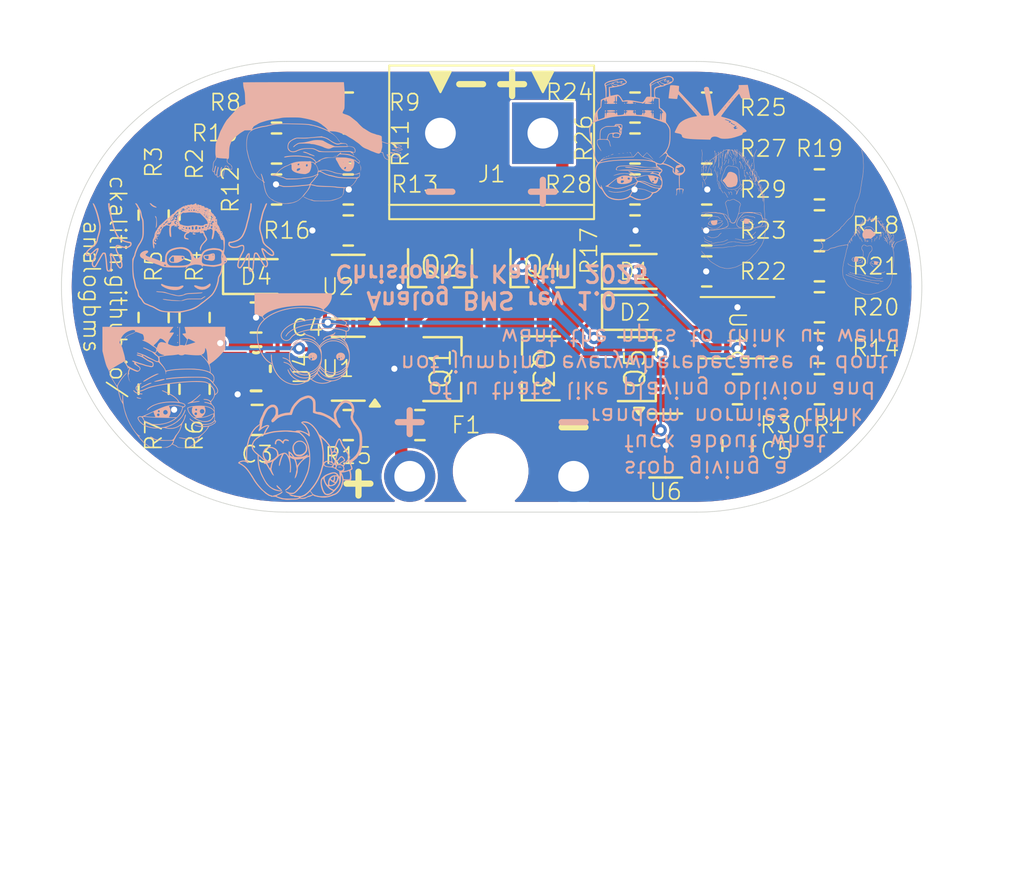
<source format=kicad_pcb>
(kicad_pcb (version 20241229) (generator "pcbnew") (generator_version "9.0")
  (layers (0 "F.Cu" signal "Front") (4 "In1.Cu" signal) (6 "In2.Cu" signal) (2 "B.Cu" signal "Back") (13 "F.Paste" user) (15 "B.Paste" user) (5 "F.SilkS" user) (7 "B.SilkS" user) (1 "F.Mask" user) (3 "B.Mask" user) (25 "Edge.Cuts" user))
  (net 0 "")
  (net 1 "+BATT")
  (net 2 "Net-(D4-A)")
  (net 3 "Net-(U6-CP-)")
  (net 4 "Net-(U6-CP+)")
  (net 5 "Net-(D1-A)")
  (net 6 "Net-(D1-K)")
  (net 7 "Net-(D2-A)")
  (net 8 "Net-(Q1-G)")
  (net 9 "Net-(Q1-D)")
  (net 10 "Net-(Q2-G)")
  (net 11 "Net-(Q2-D)")
  (net 12 "Net-(Q3-D)")
  (net 13 "Net-(Q4-G)")
  (net 14 "+5V")
  (net 15 "Net-(U3-INA-)")
  (net 16 "Net-(R2-Pad2)")
  (net 17 "Net-(R18-Pad2)")
  (net 18 "Net-(U3-INA+)")
  (net 19 "Net-(R24-Pad2)")
  (net 20 "Net-(U3-INB-)")
  (net 21 "Net-(Q4-D)")
  (net 22 "Net-(U1--)")
  (net 23 "Net-(U2--)")
  (net 25 "Net-(R10-Pad1)")
  (net 26 "+MODULE")
  (net 27 "-MODULE")
  (footprint "Resistor_SMD:R_0805_2012Metric" (layer "F.Cu") (at 132 107.25 180)
    (property "Reference" "R11" (at -2.55 0.25 90) (layer "F.SilkS") (effects (font (size 0.8 0.8) (thickness 0.08))))
    (property "Value" "100")
    (pad "1" smd roundrect (at -0.9125 0 180) (size 1.025 1.4) (layers "F.Cu" "F.Mask" "F.Paste") (roundrect_rratio 0.243902) (net 25 "Net-(R10-Pad1)"))
    (pad "2" smd roundrect (at 0.9125 0 180) (size 1.025 1.4) (layers "F.Cu" "F.Mask" "F.Paste") (roundrect_rratio 0.243902) (net 23 "Net-(U2--)"))
  )
  (footprint "Diode_SMD:D_SOD-323" (layer "F.Cu") (at 127.5 113.5)
    (property "Reference" "D4" (at 0 0 0) (layer "F.SilkS") (effects (font (size 0.8 0.8) (thickness 0.08))))
    (property "Value" "D_Schottky")
    (pad "1" smd roundrect (at -1.05 0) (size 0.6 0.45) (layers "F.Cu" "F.Mask" "F.Paste") (net 1 "+BATT"))
    (pad "2" smd roundrect (at 1.05 0) (size 0.6 0.45) (layers "F.Cu" "F.Mask" "F.Paste") (net 2 "Net-(D4-A)"))
  )
  (footprint "Resistor_SMD:R_0805_2012Metric" (layer "F.Cu") (at 146 107.25 180)
    (property "Reference" "R26" (at 2.5 0.5 270) (layer "F.SilkS") (effects (font (size 0.8 0.8) (thickness 0.08))))
    (property "Value" "100k")
    (pad "1" smd roundrect (at -0.9125 0 180) (size 1.025 1.4) (layers "F.Cu" "F.Mask" "F.Paste") (roundrect_rratio 0.243902) (net 19 "Net-(R24-Pad2)"))
    (pad "2" smd roundrect (at 0.9125 0 180) (size 1.025 1.4) (layers "F.Cu" "F.Mask" "F.Paste") (roundrect_rratio 0.243902) (net 20 "Net-(U3-INB-)"))
  )
  (footprint "Resistor_SMD:R_0805_2012Metric" (layer "F.Cu") (at 132 105.25 180)
    (property "Reference" "R9" (at -2.75 0.25 180) (layer "F.SilkS") (effects (font (size 0.8 0.8) (thickness 0.08))))
    (property "Value" "1M")
    (pad "1" smd roundrect (at -0.9125 0 180) (size 1.025 1.4) (layers "F.Cu" "F.Mask" "F.Paste") (roundrect_rratio 0.243902) (net 1 "+BATT"))
    (pad "2" smd roundrect (at 0.9125 0 180) (size 1.025 1.4) (layers "F.Cu" "F.Mask" "F.Paste") (roundrect_rratio 0.243902) (net 25 "Net-(R10-Pad1)"))
  )
  (footprint "Diode_SMD:D_SOD-323" (layer "F.Cu") (at 146 115.25)
    (property "Reference" "D2" (at 0 0 180) (layer "F.SilkS") (effects (font (size 0.8 0.8) (thickness 0.08))))
    (property "Value" "D_Schottky")
    (pad "1" smd roundrect (at -1.05 0) (size 0.6 0.45) (layers "F.Cu" "F.Mask" "F.Paste") (net 6 "Net-(D1-K)"))
    (pad "2" smd roundrect (at 1.05 0) (size 0.6 0.45) (layers "F.Cu" "F.Mask" "F.Paste") (net 7 "Net-(D2-A)"))
  )
  (footprint "Resistor_SMD:R_0805_2012Metric" (layer "F.Cu") (at 132 109.25)
    (property "Reference" "R13" (at 3.25 -0.25 180) (layer "F.SilkS") (effects (font (size 0.8 0.8) (thickness 0.08))))
    (property "Value" "1M")
    (pad "1" smd roundrect (at -0.9125 0) (size 1.025 1.4) (layers "F.Cu" "F.Mask" "F.Paste") (roundrect_rratio 0.243902) (net 23 "Net-(U2--)"))
    (pad "2" smd roundrect (at 0.9125 0) (size 1.025 1.4) (layers "F.Cu" "F.Mask" "F.Paste") (roundrect_rratio 0.243902) (net 27 "-MODULE"))
  )
  (footprint "Resistor_SMD:R_0805_2012Metric" (layer "F.Cu") (at 146 109.25 180)
    (property "Reference" "R28" (at 3.25 0.25 180) (layer "F.SilkS") (effects (font (size 0.8 0.8) (thickness 0.08))))
    (property "Value" "1M")
    (pad "1" smd roundrect (at -0.9125 0 180) (size 1.025 1.4) (layers "F.Cu" "F.Mask" "F.Paste") (roundrect_rratio 0.243902) (net 20 "Net-(U3-INB-)"))
    (pad "2" smd roundrect (at 0.9125 0 180) (size 1.025 1.4) (layers "F.Cu" "F.Mask" "F.Paste") (roundrect_rratio 0.243902) (net 27 "-MODULE"))
  )
  (footprint "analog_bms_library:1.5_mm_Through_Hole" (layer "F.Cu") (at 143 123.25)
    (property "Reference" "J3" (hide yes))
    (property "Value" "MODULE-")
    (pad "1" thru_hole circle (at 0 0) (size 2.5 2.5) (drill 1.5) (layers "*.Cu" "*.Mask") (net 27 "-MODULE"))
  )
  (footprint "Package_TO_SOT_SMD:SOT-23-5" (layer "F.Cu") (at 132 114 180)
    (property "Reference" "U2" (at 0.5 0 0) (layer "F.SilkS") (effects (font (size 0.8 0.8) (thickness 0.08))))
    (property "Value" "TLV7031DBV")
    (pad "1" smd roundrect (at -1.1375 -0.95 180) (size 1.325 0.6) (layers "F.Cu" "F.Mask" "F.Paste") (net 10 "Net-(Q2-G)"))
    (pad "2" smd roundrect (at -1.1375 0 180) (size 1.325 0.6) (layers "F.Cu" "F.Mask" "F.Paste") (net 27 "-MODULE"))
    (pad "3" smd roundrect (at -1.1375 0.95 180) (size 1.325 0.6) (layers "F.Cu" "F.Mask" "F.Paste") (net 2 "Net-(D4-A)"))
    (pad "4" smd roundrect (at 1.1375 0.95 180) (size 1.325 0.6) (layers "F.Cu" "F.Mask" "F.Paste") (net 23 "Net-(U2--)"))
    (pad "5" smd roundrect (at 1.1375 -0.95 180) (size 1.325 0.6) (layers "F.Cu" "F.Mask" "F.Paste") (net 14 "+5V"))
  )
  (footprint "Resistor_SMD:R_0805_2012Metric" (layer "F.Cu") (at 128.5 105.25)
    (property "Reference" "R8" (at -2.5 -0.25 0) (layer "F.SilkS") (effects (font (size 0.8 0.8) (thickness 0.08))))
    (property "Value" "1M")
    (pad "1" smd roundrect (at -0.9125 0) (size 1.025 1.4) (layers "F.Cu" "F.Mask" "F.Paste") (roundrect_rratio 0.243902) (net 1 "+BATT"))
    (pad "2" smd roundrect (at 0.9125 0) (size 1.025 1.4) (layers "F.Cu" "F.Mask" "F.Paste") (roundrect_rratio 0.243902) (net 25 "Net-(R10-Pad1)"))
  )
  (footprint "analog_bms_library:M3_Mounting_Through_Hole" (layer "F.Cu") (at 139 123)
    (property "Reference" "H1" (hide yes))
    (property "Value" "~")
    (pad "" np_thru_hole circle (at -0.05 0) (size 3.2 3.2) (drill 3.2) (layers "*.Cu" "*.Mask"))
  )
  (footprint "Resistor_SMD:R_0805_2012Metric" (layer "F.Cu") (at 149.5 111.25 180)
    (property "Reference" "R23" (at -2.75 0 0) (layer "F.SilkS") (effects (font (size 0.8 0.8) (thickness 0.08))))
    (property "Value" "1M")
    (pad "1" smd roundrect (at -0.9125 0 180) (size 1.025 1.4) (layers "F.Cu" "F.Mask" "F.Paste") (roundrect_rratio 0.243902) (net 18 "Net-(U3-INA+)"))
    (pad "2" smd roundrect (at 0.9125 0 180) (size 1.025 1.4) (layers "F.Cu" "F.Mask" "F.Paste") (roundrect_rratio 0.243902) (net 27 "-MODULE"))
  )
  (footprint "Resistor_SMD:R_0805_2012Metric" (layer "F.Cu") (at 132 120.75)
    (property "Reference" "R15" (at 0 1.5 0) (layer "F.SilkS") (effects (font (size 0.8 0.8) (thickness 0.08))))
    (property "Value" "1M")
    (pad "1" smd roundrect (at -0.9125 0) (size 1.025 1.4) (layers "F.Cu" "F.Mask" "F.Paste") (roundrect_rratio 0.243902) (net 8 "Net-(Q1-G)"))
    (pad "2" smd roundrect (at 0.9125 0) (size 1.025 1.4) (layers "F.Cu" "F.Mask" "F.Paste") (roundrect_rratio 0.243902) (net 1 "+BATT"))
  )
  (footprint "analog_bms_library:TSOT_23_No_Arrow" (layer "F.Cu") (at 136.5 118)
    (property "Reference" "Q1" (at 0 0 90) (layer "F.SilkS") (effects (font (thickness 0.1))))
    (property "Value" "PMOS")
    (pad "1" smd roundrect (at -1.24 -0.95) (size 1.22 0.65) (layers "F.Cu" "F.Mask" "F.Paste") (net 9 "Net-(Q1-D)"))
    (pad "2" smd roundrect (at -1.24 0.95) (size 1.22 0.65) (layers "F.Cu" "F.Mask" "F.Paste") (net 8 "Net-(Q1-G)"))
    (pad "3" smd roundrect (at 1.38 0) (size 1.22 0.65) (layers "F.Cu" "F.Mask" "F.Paste") (net 1 "+BATT"))
  )
  (footprint "Capacitor_SMD:C_0805_2012Metric" (layer "F.Cu") (at 151 121.75 -90)
    (property "Reference" "C5" (at 0.25 -1.9 180) (layer "F.SilkS") (effects (font (size 0.8 0.8) (thickness 0.08))))
    (property "Value" "1u")
    (pad "1" smd roundrect (at -0.95 0 270) (size 1 1.45) (layers "F.Cu" "F.Mask" "F.Paste") (net 4 "Net-(U6-CP+)"))
    (pad "2" smd roundrect (at 0.95 0 270) (size 1 1.45) (layers "F.Cu" "F.Mask" "F.Paste") (net 3 "Net-(U6-CP-)"))
  )
  (footprint "Diode_SMD:D_SOD-323" (layer "F.Cu") (at 146 113.25)
    (property "Reference" "D1" (at 0 0 0) (layer "F.SilkS") (effects (font (size 0.8 0.8) (thickness 0.08))))
    (property "Value" "D_Schottky")
    (pad "1" smd roundrect (at -1.05 0) (size 0.6 0.45) (layers "F.Cu" "F.Mask" "F.Paste") (net 6 "Net-(D1-K)"))
    (pad "2" smd roundrect (at 1.05 0) (size 0.6 0.45) (layers "F.Cu" "F.Mask" "F.Paste") (net 5 "Net-(D1-A)"))
  )
  (footprint "Resistor_SMD:R_0805_2012Metric" (layer "F.Cu") (at 155 119 180)
    (property "Reference" "R1" (at -0.5 -1.75 0) (layer "F.SilkS") (effects (font (size 0.8 0.8) (thickness 0.08))))
    (property "Value" "Thermistor_PTC")
    (pad "1" smd roundrect (at -0.9125 0 180) (size 1.025 1.4) (layers "F.Cu" "F.Mask" "F.Paste") (roundrect_rratio 0.243902) (net 1 "+BATT"))
    (pad "2" smd roundrect (at 0.9125 0 180) (size 1.025 1.4) (layers "F.Cu" "F.Mask" "F.Paste") (roundrect_rratio 0.243902) (net 15 "Net-(U3-INA-)"))
  )
  (footprint "Resistor_SMD:R_0805_2012Metric" (layer "F.Cu") (at 149.5 107.25)
    (property "Reference" "R27" (at 2.75 0 180) (layer "F.SilkS") (effects (font (size 0.8 0.8) (thickness 0.08))))
    (property "Value" "R")
    (pad "1" smd roundrect (at -0.9125 0) (size 1.025 1.4) (layers "F.Cu" "F.Mask" "F.Paste") (roundrect_rratio 0.243902) (net 19 "Net-(R24-Pad2)"))
    (pad "2" smd roundrect (at 0.9125 0) (size 1.025 1.4) (layers "F.Cu" "F.Mask" "F.Paste") (roundrect_rratio 0.243902) (net 20 "Net-(U3-INB-)"))
  )
  (footprint "analog_bms_library:TSOT_23_No_Arrow" (layer "F.Cu") (at 146 118)
    (property "Reference" "Q5" (at 0 0 90) (layer "F.SilkS") (effects (font (thickness 0.1))))
    (property "Value" "PMOS")
    (pad "1" smd roundrect (at -1.24 -0.95) (size 1.22 0.65) (layers "F.Cu" "F.Mask" "F.Paste") (net 13 "Net-(Q4-G)"))
    (pad "2" smd roundrect (at -1.24 0.95) (size 1.22 0.65) (layers "F.Cu" "F.Mask" "F.Paste") (net 6 "Net-(D1-K)"))
    (pad "3" smd roundrect (at 1.38 0) (size 1.22 0.65) (layers "F.Cu" "F.Mask" "F.Paste") (net 14 "+5V"))
  )
  (footprint "analog_bms_library:1.5_mm_Through_Hole" (layer "F.Cu") (at 135 123.25)
    (property "Reference" "J2" (hide yes))
    (property "Value" "MODULE+")
    (pad "1" thru_hole circle (at 0 0) (size 2.5 2.5) (drill 1.5) (layers "*.Cu" "*.Mask") (net 26 "+MODULE"))
  )
  (footprint "Package_TO_SOT_SMD:SOT-23-5" (layer "F.Cu") (at 132 118 180)
    (property "Reference" "U1" (at 0.5 0 0) (layer "F.SilkS") (effects (font (size 0.8 0.8) (thickness 0.08))))
    (property "Value" "TLV7031DBV")
    (pad "1" smd roundrect (at -1.1375 -0.95 180) (size 1.325 0.6) (layers "F.Cu" "F.Mask" "F.Paste") (net 8 "Net-(Q1-G)"))
    (pad "2" smd roundrect (at -1.1375 0 180) (size 1.325 0.6) (layers "F.Cu" "F.Mask" "F.Paste") (net 27 "-MODULE"))
    (pad "3" smd roundrect (at -1.1375 0.95 180) (size 1.325 0.6) (layers "F.Cu" "F.Mask" "F.Paste") (net 2 "Net-(D4-A)"))
    (pad "4" smd roundrect (at 1.1375 0.95 180) (size 1.325 0.6) (layers "F.Cu" "F.Mask" "F.Paste") (net 22 "Net-(U1--)"))
    (pad "5" smd roundrect (at 1.1375 -0.95 180) (size 1.325 0.6) (layers "F.Cu" "F.Mask" "F.Paste") (net 1 "+BATT"))
  )
  (footprint "Capacitor_SMD:C_0805_2012Metric" (layer "F.Cu") (at 127.5 115.5 180)
    (property "Reference" "C4" (at -2.5 -0.5 0) (layer "F.SilkS") (effects (font (size 0.8 0.8) (thickness 0.08))))
    (property "Value" "1u")
    (pad "1" smd roundrect (at -0.95 0 180) (size 1 1.45) (layers "F.Cu" "F.Mask" "F.Paste") (net 2 "Net-(D4-A)"))
    (pad "2" smd roundrect (at 0.95 0 180) (size 1 1.45) (layers "F.Cu" "F.Mask" "F.Paste") (net 27 "-MODULE"))
  )
  (footprint "Resistor_SMD:R_0805_2012Metric" (layer "F.Cu") (at 155 117)
    (property "Reference" "R14" (at 2.75 0 0) (layer "F.SilkS") (effects (font (size 0.8 0.8) (thickness 0.08))))
    (property "Value" "1M")
    (pad "1" smd roundrect (at -0.9125 0) (size 1.025 1.4) (layers "F.Cu" "F.Mask" "F.Paste") (roundrect_rratio 0.243902) (net 15 "Net-(U3-INA-)"))
    (pad "2" smd roundrect (at 0.9125 0) (size 1.025 1.4) (layers "F.Cu" "F.Mask" "F.Paste") (roundrect_rratio 0.243902) (net 27 "-MODULE"))
  )
  (footprint "Resistor_SMD:R_0805_2012Metric" (layer "F.Cu") (at 124.5 110.5 90)
    (property "Reference" "R2" (at 2.5 0 90) (layer "F.SilkS") (effects (font (size 0.8 0.8) (thickness 0.08))))
    (property "Value" "1M")
    (pad "1" smd roundrect (at -0.9125 0 90) (size 1.025 1.4) (layers "F.Cu" "F.Mask" "F.Paste") (roundrect_rratio 0.243902) (net 1 "+BATT"))
    (pad "2" smd roundrect (at 0.9125 0 90) (size 1.025 1.4) (layers "F.Cu" "F.Mask" "F.Paste") (roundrect_rratio 0.243902) (net 16 "Net-(R2-Pad2)"))
  )
  (footprint "analog_bms_library:TSOT_23_No_Arrow" (layer "F.Cu") (at 141.5 118 180)
    (property "Reference" "Q3" (at 0 0 270) (layer "F.SilkS") (effects (font (thickness 0.1))))
    (property "Value" "PMOS")
    (pad "1" smd roundrect (at -1.24 -0.95 180) (size 1.22 0.65) (layers "F.Cu" "F.Mask" "F.Paste") (net 12 "Net-(Q3-D)"))
    (pad "2" smd roundrect (at -1.24 0.95 180) (size 1.22 0.65) (layers "F.Cu" "F.Mask" "F.Paste") (net 6 "Net-(D1-K)"))
    (pad "3" smd roundrect (at 1.38 0 180) (size 1.22 0.65) (layers "F.Cu" "F.Mask" "F.Paste") (net 11 "Net-(Q2-D)"))
  )
  (footprint "analog_bms_library:TPS71518DCKRM3" (layer "F.Cu") (at 127.5 118)
    (property "Reference" "U4" (at 2.25 0 90) (layer "F.SilkS") (effects (font (size 0.8 0.8) (thickness 0.08))))
    (property "Value" "TPS71518DCKRM3")
    (pad "1" smd rect (at -1.0414 -0.649999) (size 1.1684 0.3556) (layers "F.Cu" "F.Mask" "F.Paste"))
    (pad "2" smd rect (at -1.0414 0) (size 1.1684 0.3556) (layers "F.Cu" "F.Mask" "F.Paste") (net 27 "-MODULE"))
    (pad "3" smd rect (at -1.0414 0.649999) (size 1.1684 0.3556) (layers "F.Cu" "F.Mask" "F.Paste") (net 27 "-MODULE"))
    (pad "4" smd rect (at 1.0414 0.649999) (size 1.1684 0.3556) (layers "F.Cu" "F.Mask" "F.Paste") (net 1 "+BATT"))
    (pad "5" smd rect (at 1.0414 -0.649999) (size 1.1684 0.3556) (layers "F.Cu" "F.Mask" "F.Paste") (net 2 "Net-(D4-A)"))
  )
  (footprint "Resistor_SMD:R_0805_2012Metric" (layer "F.Cu") (at 155 113 180)
    (property "Reference" "R21" (at -2.75 0 0) (layer "F.SilkS") (effects (font (size 0.8 0.8) (thickness 0.08))))
    (property "Value" "1M")
    (pad "1" smd roundrect (at -0.9125 0 180) (size 1.025 1.4) (layers "F.Cu" "F.Mask" "F.Paste") (roundrect_rratio 0.243902) (net 17 "Net-(R18-Pad2)"))
    (pad "2" smd roundrect (at 0.9125 0 180) (size 1.025 1.4) (layers "F.Cu" "F.Mask" "F.Paste") (roundrect_rratio 0.243902) (net 18 "Net-(U3-INA+)"))
  )
  (footprint "Resistor_SMD:R_0805_2012Metric" (layer "F.Cu") (at 132 111.25 180)
    (property "Reference" "R16" (at 3 0 0) (layer "F.SilkS") (effects (font (size 0.8 0.8) (thickness 0.08))))
    (property "Value" "1M")
    (pad "1" smd roundrect (at -0.9125 0 180) (size 1.025 1.4) (layers "F.Cu" "F.Mask" "F.Paste") (roundrect_rratio 0.243902) (net 10 "Net-(Q2-G)"))
    (pad "2" smd roundrect (at 0.9125 0 180) (size 1.025 1.4) (layers "F.Cu" "F.Mask" "F.Paste") (roundrect_rratio 0.243902) (net 27 "-MODULE"))
  )
  (footprint "Package_TO_SOT_SMD:SOT-23-6" (layer "F.Cu") (at 147.5 121.75)
    (property "Reference" "U6" (at 0 2.25 180) (layer "F.SilkS") (effects (font (size 0.8 0.8) (thickness 0.08))))
    (property "Value" "LTC1754")
    (pad "1" smd roundrect (at -1.1375 -0.95) (size 1.325 0.6) (layers "F.Cu" "F.Mask" "F.Paste") (net 14 "+5V"))
    (pad "2" smd roundrect (at -1.1375 0) (size 1.325 0.6) (layers "F.Cu" "F.Mask" "F.Paste") (net 27 "-MODULE"))
    (pad "3" smd roundrect (at -1.1375 0.95) (size 1.325 0.6) (layers "F.Cu" "F.Mask" "F.Paste") (net 1 "+BATT"))
    (pad "4" smd roundrect (at 1.1375 0.95) (size 1.325 0.6) (layers "F.Cu" "F.Mask" "F.Paste") (net 3 "Net-(U6-CP-)"))
    (pad "5" smd roundrect (at 1.1375 0) (size 1.325 0.6) (layers "F.Cu" "F.Mask" "F.Paste") (net 1 "+BATT"))
    (pad "6" smd roundrect (at 1.1375 -0.95) (size 1.325 0.6) (layers "F.Cu" "F.Mask" "F.Paste") (net 4 "Net-(U6-CP+)"))
  )
  (footprint "analog_bms_library:TSOT_23_No_Arrow" (layer "F.Cu") (at 141.5 113 -90)
    (property "Reference" "Q4" (at 0 0 0) (layer "F.SilkS") (effects (font (thickness 0.1))))
    (property "Value" "NMOS")
    (pad "1" smd roundrect (at -1.24 -0.95 270) (size 1.22 0.65) (layers "F.Cu" "F.Mask" "F.Paste") (net 21 "Net-(Q4-D)"))
    (pad "2" smd roundrect (at -1.24 0.95 270) (size 1.22 0.65) (layers "F.Cu" "F.Mask" "F.Paste") (net 13 "Net-(Q4-G)"))
    (pad "3" smd roundrect (at 1.38 0 270) (size 1.22 0.65) (layers "F.Cu" "F.Mask" "F.Paste") (net 12 "Net-(Q3-D)"))
  )
  (footprint "analog_bms_library:TSOT_23_No_Arrow" (layer "F.Cu") (at 136.5 113 -90)
    (property "Reference" "Q2" (at 0 0 0) (layer "F.SilkS") (effects (font (thickness 0.1))))
    (property "Value" "NMOS")
    (pad "1" smd roundrect (at -1.24 -0.95 270) (size 1.22 0.65) (layers "F.Cu" "F.Mask" "F.Paste") (net 11 "Net-(Q2-D)"))
    (pad "2" smd roundrect (at -1.24 0.95 270) (size 1.22 0.65) (layers "F.Cu" "F.Mask" "F.Paste") (net 10 "Net-(Q2-G)"))
    (pad "3" smd roundrect (at 1.38 0 270) (size 1.22 0.65) (layers "F.Cu" "F.Mask" "F.Paste") (net 9 "Net-(Q1-D)"))
  )
  (footprint "Resistor_SMD:R_0805_2012Metric" (layer "F.Cu") (at 122.5 119 -90)
    (property "Reference" "R7" (at 2.25 0 90) (layer "F.SilkS") (effects (font (size 0.8 0.8) (thickness 0.08))))
    (property "Value" "1M")
    (pad "1" smd roundrect (at -0.9125 0 270) (size 1.025 1.4) (layers "F.Cu" "F.Mask" "F.Paste") (roundrect_rratio 0.243902) (net 22 "Net-(U1--)"))
    (pad "2" smd roundrect (at 0.9125 0 270) (size 1.025 1.4) (layers "F.Cu" "F.Mask" "F.Paste") (roundrect_rratio 0.243902) (net 27 "-MODULE"))
  )
  (footprint "Resistor_SMD:R_0805_2012Metric" (layer "F.Cu") (at 149.5 105.25 180)
    (property "Reference" "R25" (at -2.75 0 180) (layer "F.SilkS") (effects (font (size 0.8 0.8) (thickness 0.08))))
    (property "Value" "R")
    (pad "1" smd roundrect (at -0.9125 0 180) (size 1.025 1.4) (layers "F.Cu" "F.Mask" "F.Paste") (roundrect_rratio 0.243902) (net 1 "+BATT"))
    (pad "2" smd roundrect (at 0.9125 0 180) (size 1.025 1.4) (layers "F.Cu" "F.Mask" "F.Paste") (roundrect_rratio 0.243902) (net 19 "Net-(R24-Pad2)"))
  )
  (footprint "Resistor_SMD:R_0805_2012Metric" (layer "F.Cu") (at 122.5 110.5 -90)
    (property "Reference" "R3" (at -2.5875 0 90) (layer "F.SilkS") (effects (font (size 0.8 0.8) (thickness 0.08))))
    (property "Value" "1M")
    (pad "1" smd roundrect (at -0.9125 0 270) (size 1.025 1.4) (layers "F.Cu" "F.Mask" "F.Paste") (roundrect_rratio 0.243902) (net 1 "+BATT"))
    (pad "2" smd roundrect (at 0.9125 0 270) (size 1.025 1.4) (layers "F.Cu" "F.Mask" "F.Paste") (roundrect_rratio 0.243902) (net 16 "Net-(R2-Pad2)"))
  )
  (footprint "Resistor_SMD:R_0805_2012Metric" (layer "F.Cu") (at 124.5 115.5 -90)
    (property "Reference" "R4" (at -2.5 0 90) (layer "F.SilkS") (effects (font (size 0.8 0.8) (thickness 0.08))))
    (property "Value" "R")
    (pad "1" smd roundrect (at -0.9125 0 270) (size 1.025 1.4) (layers "F.Cu" "F.Mask" "F.Paste") (roundrect_rratio 0.243902) (net 16 "Net-(R2-Pad2)"))
    (pad "2" smd roundrect (at 0.9125 0 270) (size 1.025 1.4) (layers "F.Cu" "F.Mask" "F.Paste") (roundrect_rratio 0.243902) (net 22 "Net-(U1--)"))
  )
  (footprint "Resistor_SMD:R_0805_2012Metric" (layer "F.Cu") (at 146 105.25)
    (property "Reference" "R24" (at -3.2 -0.75 180) (layer "F.SilkS") (effects (font (size 0.8 0.8) (thickness 0.08))))
    (property "Value" "100k")
    (pad "1" smd roundrect (at -0.9125 0) (size 1.025 1.4) (layers "F.Cu" "F.Mask" "F.Paste") (roundrect_rratio 0.243902) (net 1 "+BATT"))
    (pad "2" smd roundrect (at 0.9125 0) (size 1.025 1.4) (layers "F.Cu" "F.Mask" "F.Paste") (roundrect_rratio 0.243902) (net 19 "Net-(R24-Pad2)"))
  )
  (footprint "Resistor_SMD:R_0805_2012Metric" (layer "F.Cu") (at 151 119)
    (property "Reference" "R30" (at 2.25 1.75 0) (layer "F.SilkS") (effects (font (size 0.8 0.8) (thickness 0.08))))
    (property "Value" "1M")
    (pad "1" smd roundrect (at -0.9125 0) (size 1.025 1.4) (layers "F.Cu" "F.Mask" "F.Paste") (roundrect_rratio 0.243902) (net 13 "Net-(Q4-G)"))
    (pad "2" smd roundrect (at 0.9125 0) (size 1.025 1.4) (layers "F.Cu" "F.Mask" "F.Paste") (roundrect_rratio 0.243902) (net 1 "+BATT"))
  )
  (footprint "Resistor_SMD:R_0805_2012Metric" (layer "F.Cu") (at 135.5 120.75)
    (property "Reference" "F1" (at 2.25 0 0) (layer "F.SilkS") (effects (font (size 0.8 0.8) (thickness 0.08))))
    (property "Value" "SMD0805B110TF")
    (pad "1" smd roundrect (at -0.9125 0) (size 1.025 1.4) (layers "F.Cu" "F.Mask" "F.Paste") (roundrect_rratio 0.243902) (net 26 "+MODULE"))
    (pad "2" smd roundrect (at 0.9125 0) (size 1.025 1.4) (layers "F.Cu" "F.Mask" "F.Paste") (roundrect_rratio 0.243902) (net 1 "+BATT"))
  )
  (footprint "Capacitor_SMD:C_0805_2012Metric" (layer "F.Cu") (at 127.55 120.5 180)
    (property "Reference" "C3" (at 0 -1.68 0) (layer "F.SilkS") (effects (font (size 0.8 0.8) (thickness 0.08))))
    (property "Value" "1u")
    (pad "1" smd roundrect (at -0.95 0 180) (size 1 1.45) (layers "F.Cu" "F.Mask" "F.Paste") (net 1 "+BATT"))
    (pad "2" smd roundrect (at 0.95 0 180) (size 1 1.45) (layers "F.Cu" "F.Mask" "F.Paste") (net 27 "-MODULE"))
  )
  (footprint "Resistor_SMD:R_0805_2012Metric" (layer "F.Cu") (at 128.5 107.25)
    (property "Reference" "R10" (at -3 -0.75 0) (layer "F.SilkS") (effects (font (size 0.8 0.8) (thickness 0.08))))
    (property "Value" "R")
    (pad "1" smd roundrect (at -0.9125 0) (size 1.025 1.4) (layers "F.Cu" "F.Mask" "F.Paste") (roundrect_rratio 0.243902) (net 25 "Net-(R10-Pad1)"))
    (pad "2" smd roundrect (at 0.9125 0) (size 1.025 1.4) (layers "F.Cu" "F.Mask" "F.Paste") (roundrect_rratio 0.243902) (net 23 "Net-(U2--)"))
  )
  (footprint "Resistor_SMD:R_0805_2012Metric" (layer "F.Cu") (at 149.5 113.25 180)
    (property "Reference" "R22" (at -2.75 0 0) (layer "F.SilkS") (effects (font (size 0.8 0.8) (thickness 0.08))))
    (property "Value" "R")
    (pad "1" smd roundrect (at -0.9125 0 180) (size 1.025 1.4) (layers "F.Cu" "F.Mask" "F.Paste") (roundrect_rratio 0.243902) (net 18 "Net-(U3-INA+)"))
    (pad "2" smd roundrect (at 0.9125 0 180) (size 1.025 1.4) (layers "F.Cu" "F.Mask" "F.Paste") (roundrect_rratio 0.243902) (net 27 "-MODULE"))
  )
  (footprint "analog_bms_library:TLV7032QDDFRQ1" (layer "F.Cu") (at 151 116 180)
    (property "Reference" "U3" (at 0 0 270) (layer "F.SilkS") (effects (font (size 0.8 0.8) (thickness 0.08))))
    (property "Value" "TLV7032QDDFRQ1")
    (pad "1" smd roundrect (at -1.3 -0.975 180) (size 1.05 0.45) (layers "F.Cu" "F.Mask" "F.Paste") (roundrect_rratio 0.15) (net 5 "Net-(D1-A)"))
    (pad "2" smd roundrect (at -1.3 -0.325 180) (size 1.05 0.45) (layers "F.Cu" "F.Mask" "F.Paste") (roundrect_rratio 0.15) (net 15 "Net-(U3-INA-)"))
    (pad "3" smd roundrect (at -1.3 0.325 180) (size 1.05 0.45) (layers "F.Cu" "F.Mask" "F.Paste") (roundrect_rratio 0.15) (net 18 "Net-(U3-INA+)"))
    (pad "4" smd roundrect (at -1.3 0.975 180) (size 1.05 0.45) (layers "F.Cu" "F.Mask" "F.Paste") (roundrect_rratio 0.15) (net 27 "-MODULE"))
    (pad "5" smd roundrect (at 1.3 0.975 180) (size 1.05 0.45) (layers "F.Cu" "F.Mask" "F.Paste") (roundrect_rratio 0.15) (net 15 "Net-(U3-INA-)"))
    (pad "6" smd roundrect (at 1.3 0.325 180) (size 1.05 0.45) (layers "F.Cu" "F.Mask" "F.Paste") (roundrect_rratio 0.15) (net 20 "Net-(U3-INB-)"))
    (pad "7" smd roundrect (at 1.3 -0.325 180) (size 1.05 0.45) (layers "F.Cu" "F.Mask" "F.Paste") (roundrect_rratio 0.15) (net 7 "Net-(D2-A)"))
    (pad "8" smd roundrect (at 1.3 -0.975 180) (size 1.05 0.45) (layers "F.Cu" "F.Mask" "F.Paste") (roundrect_rratio 0.15) (net 14 "+5V"))
  )
  (footprint "Resistor_SMD:R_0805_2012Metric" (layer "F.Cu") (at 124.5 119 -90)
    (property "Reference" "R6" (at 2.25 0 90) (layer "F.SilkS") (effects (font (size 0.8 0.8) (thickness 0.08))))
    (property "Value" "R")
    (pad "1" smd roundrect (at -0.9125 0 270) (size 1.025 1.4) (layers "F.Cu" "F.Mask" "F.Paste") (roundrect_rratio 0.243902) (net 22 "Net-(U1--)"))
    (pad "2" smd roundrect (at 0.9125 0 270) (size 1.025 1.4) (layers "F.Cu" "F.Mask" "F.Paste") (roundrect_rratio 0.243902) (net 27 "-MODULE"))
  )
  (footprint "Resistor_SMD:R_0805_2012Metric" (layer "F.Cu") (at 146 111.25)
    (property "Reference" "R17" (at -2.25 1 90) (layer "F.SilkS") (effects (font (size 0.8 0.8) (thickness 0.08))))
    (property "Value" "1M")
    (pad "1" smd roundrect (at -0.9125 0) (size 1.025 1.4) (layers "F.Cu" "F.Mask" "F.Paste") (roundrect_rratio 0.243902) (net 6 "Net-(D1-K)"))
    (pad "2" smd roundrect (at 0.9125 0) (size 1.025 1.4) (layers "F.Cu" "F.Mask" "F.Paste") (roundrect_rratio 0.243902) (net 27 "-MODULE"))
  )
  (footprint "Resistor_SMD:R_0805_2012Metric" (layer "F.Cu") (at 155 111 180)
    (property "Reference" "R18" (at -2.75 0 180) (layer "F.SilkS") (effects (font (size 0.8 0.8) (thickness 0.08))))
    (property "Value" "1M")
    (pad "1" smd roundrect (at -0.9125 0 180) (size 1.025 1.4) (layers "F.Cu" "F.Mask" "F.Paste") (roundrect_rratio 0.243902) (net 1 "+BATT"))
    (pad "2" smd roundrect (at 0.9125 0 180) (size 1.025 1.4) (layers "F.Cu" "F.Mask" "F.Paste") (roundrect_rratio 0.243902) (net 17 "Net-(R18-Pad2)"))
  )
  (footprint "Resistor_SMD:R_0805_2012Metric" (layer "F.Cu") (at 155 109 180)
    (property "Reference" "R19" (at 0 1.75 180) (layer "F.SilkS") (effects (font (size 0.8 0.8) (thickness 0.08))))
    (property "Value" "1M")
    (pad "1" smd roundrect (at -0.9125 0 180) (size 1.025 1.4) (layers "F.Cu" "F.Mask" "F.Paste") (roundrect_rratio 0.243902) (net 1 "+BATT"))
    (pad "2" smd roundrect (at 0.9125 0 180) (size 1.025 1.4) (layers "F.Cu" "F.Mask" "F.Paste") (roundrect_rratio 0.243902) (net 17 "Net-(R18-Pad2)"))
  )
  (footprint "Resistor_SMD:R_0805_2012Metric" (layer "F.Cu") (at 149.5 109.25)
    (property "Reference" "R29" (at 2.75 0 180) (layer "F.SilkS") (effects (font (size 0.8 0.8) (thickness 0.08))))
    (property "Value" "R")
    (pad "1" smd roundrect (at -0.9125 0) (size 1.025 1.4) (layers "F.Cu" "F.Mask" "F.Paste") (roundrect_rratio 0.243902) (net 20 "Net-(U3-INB-)"))
    (pad "2" smd roundrect (at 0.9125 0) (size 1.025 1.4) (layers "F.Cu" "F.Mask" "F.Paste") (roundrect_rratio 0.243902) (net 27 "-MODULE"))
  )
  (footprint "analog_bms_library:691502710002" (layer "F.Cu") (at 139 106.5 180)
    (property "Reference" "J1" (at 0 -2 0) (layer "F.SilkS") (effects (font (size 0.8 0.8) (thickness 0.08))))
    (property "Value" "Screw_Terminal_1x2")
    (pad "1" thru_hole rect (at -2.5 0 180) (size 3 3) (drill 1.5) (layers "*.Cu" "*.Mask") (net 21 "Net-(Q4-D)"))
    (pad "2" thru_hole circle (at 2.5 0 180) (size 3 3) (drill 1.5) (layers "*.Cu" "*.Mask") (net 27 "-MODULE"))
  )
  (footprint "Resistor_SMD:R_0805_2012Metric" (layer "F.Cu") (at 122.5 115.5 -90)
    (property "Reference" "R5" (at -2.5 0 90) (layer "F.SilkS") (effects (font (size 0.8 0.8) (thickness 0.08))))
    (property "Value" "100")
    (pad "1" smd roundrect (at -0.9125 0 270) (size 1.025 1.4) (layers "F.Cu" "F.Mask" "F.Paste") (roundrect_rratio 0.243902) (net 16 "Net-(R2-Pad2)"))
    (pad "2" smd roundrect (at 0.9125 0 270) (size 1.025 1.4) (layers "F.Cu" "F.Mask" "F.Paste") (roundrect_rratio 0.243902) (net 22 "Net-(U1--)"))
  )
  (footprint "Resistor_SMD:R_0805_2012Metric" (layer "F.Cu") (at 128.5 109.25 180)
    (property "Reference" "R12" (at 2.25 0 270) (layer "F.SilkS") (effects (font (size 0.8 0.8) (thickness 0.08))))
    (property "Value" "R")
    (pad "1" smd roundrect (at -0.9125 0 180) (size 1.025 1.4) (layers "F.Cu" "F.Mask" "F.Paste") (roundrect_rratio 0.243902) (net 23 "Net-(U2--)"))
    (pad "2" smd roundrect (at 0.9125 0 180) (size 1.025 1.4) (layers "F.Cu" "F.Mask" "F.Paste") (roundrect_rratio 0.243902) (net 27 "-MODULE"))
  )
  (footprint "Resistor_SMD:R_0805_2012Metric" (layer "F.Cu") (at 155 115 180)
    (property "Reference" "R20" (at -2.75 0 0) (layer "F.SilkS") (effects (font (size 0.8 0.8) (thickness 0.08))))
    (property "Value" "R")
    (pad "1" smd roundrect (at -0.9125 0 180) (size 1.025 1.4) (layers "F.Cu" "F.Mask" "F.Paste") (roundrect_rratio 0.243902) (net 17 "Net-(R18-Pad2)"))
    (pad "2" smd roundrect (at 0.9125 0 180) (size 1.025 1.4) (layers "F.Cu" "F.Mask" "F.Paste") (roundrect_rratio 0.243902) (net 18 "Net-(U3-INA+)"))
  )
  (footprint "LOGO" (layer "B.Cu") (at 123 119)
    (property "Reference" "G***" (hide yes))
    (property "Value" "LOGO" (hide yes))
  )
  (footprint "LOGO" (layer "B.Cu") (at 129.75 116.5)
    (property "Reference" "G***" (hide yes))
    (property "Value" "LOGO" (hide yes))
  )
  (footprint "LOGO" (layer "B.Cu") (at 130 107)
    (property "Reference" "G***" (hide yes))
    (property "Value" "LOGO" (hide yes))
  )
  (footprint "LOGO" (layer "B.Cu") (at 123.75 112.75)
    (property "Reference" "G***" (hide yes))
    (property "Value" "LOGO" (hide yes))
  )
  (footprint "LOGO" (layer "B.Cu") (at 129.75 122)
    (property "Reference" "G***" (hide yes))
    (property "Value" "LOGO" (hide yes))
  )
  (footprint "LOGO" (layer "B.Cu") (at 154.25 111.25)
    (property "Reference" "G***" (hide yes))
    (property "Value" "LOGO" (hide yes))
  )
  (footprint "LOGO" (layer "B.Cu") (at 147.75 107)
    (property "Reference" "G***" (hide yes))
    (property "Value" "LOGO" (hide yes))
  )
  (gr_arc (start 129 125) (mid 118 114) (end 129 103) (stroke (width 0.0381)) (layer "Edge.Cuts"))
  (gr_line (start 129 125) (end 149 125) (stroke (width 0.0381)) (layer "Edge.Cuts"))
  (gr_arc (start 149 103) (mid 160 114) (end 149 125) (stroke (width 0.0381)) (layer "Edge.Cuts"))
  (gr_line (start 129 103) (end 149 103) (stroke (width 0.0381)) (layer "Edge.Cuts"))
  (gr_text "+" (at 132.5 123.5 0) (layer "F.SilkS") (effects (font (size 1.524 1.524) (thickness 0.3048) (bold yes))))
  (gr_text "ckalitin.github.io/\nanalogbms" (at 119 114 270) (layer "F.SilkS") (effects (font (size 0.8 0.8) (thickness 0.08)) (justify bottom)))
  (gr_text "+" (at 140 104 0) (layer "F.SilkS") (effects (font (size 1.524 1.524) (thickness 0.3048) (bold yes))))
  (gr_text "-" (at 143 120.75 0) (layer "F.SilkS") (effects (font (size 1.524 1.524) (thickness 0.3048) (bold yes))))
  (gr_text "-" (at 138 104 0) (layer "F.SilkS") (effects (font (size 1.524 1.524) (thickness 0.3048) (bold yes))))
  (gr_text "+" (at 135 120.5 0) (layer "B.SilkS") (effects (font (size 1.524 1.524) (thickness 0.3048) (bold yes))))
  (gr_text "Analog BMS rev 1.0\nChristopher Kalitin 2025" (at 139 114 180) (layer "B.SilkS") (effects (font (size 0.8128 0.8128) (thickness 0.1524) (bold yes)) (justify mirror)))
  (gr_text "+" (at 141.5 109.25 0) (layer "B.SilkS") (effects (font (size 1.524 1.524) (thickness 0.3048) (bold yes))))
  (gr_text "-" (at 143 120.5 0) (layer "B.SilkS") (effects (font (size 1.524 1.524) (thickness 0.3048) (bold yes))))
  (gr_text "-" (at 136.5 109.25 0) (layer "B.SilkS") (effects (font (size 1.524 1.524) (thickness 0.3048) (bold yes))))
  (gr_text "stop giving a           \nfuck about what        \nrandom normies think     \nof u thats like playing oblivion and    \nnot jumping everywherebecause u dont   \nwant the npcs to think ur weird  " (at 160.25 116 180) (layer "B.SilkS") (effects (font (size 0.8 0.8) (thickness 0.1)) (justify right bottom mirror)))
  (segment (start 155.9125 111.425) (end 155.9125 111.25) (width 0.2) (layer "F.Cu") (net 1))
  (segment (start 128.5414 118.649999) (end 130.562499 118.649999) (width 0.2) (layer "F.Cu") (net 1))
  (segment (start 147.436272 122.7) (end 148.386272 121.75) (width 0.2) (layer "F.Cu") (net 1))
  (segment (start 146.3625 122.7) (end 147.436272 122.7) (width 0.2) (layer "F.Cu") (net 1))
  (segment (start 150.4125 105) (end 150.4125 104.6625) (width 0.6) (layer "F.Cu") (net 1))
  (segment (start 148.386272 121.75) (end 148.6375 121.75) (width 0.2) (layer "F.Cu") (net 1))
  (segment (start 130.562499 118.649999) (end 130.8625 118.95) (width 0.2) (layer "F.Cu") (net 1))
  (segment (start 151.9125 119) (end 151.9125 119.0125) (width 0.6) (layer "F.Cu") (net 1))
  (segment (start 127.5875 105) (end 127.5875 104.9125) (width 0.6) (layer "F.Cu") (net 1))
  (segment (start 133.1375 113.05) (end 132.7 113.05) (width 0.2) (layer "F.Cu") (net 2))
  (segment (start 131.75 114) (end 131.25 114) (width 0.2) (layer "F.Cu") (net 2))
  (segment (start 128.55 117.341401) (end 128.5414 117.350001) (width 0.2) (layer "F.Cu") (net 2))
  (segment (start 132.247 116.1595) (end 133.1375 117.05) (width 0.2) (layer "F.Cu") (net 2))
  (segment (start 131.25 114) (end 129.95 114) (width 0.2) (layer "F.Cu") (net 2))
  (segment (start 128.55 113.5) (end 128.55 117.341401) (width 0.2) (layer "F.Cu") (net 2))
  (segment (start 129.95 114) (end 128.45 115.5) (width 0.2) (layer "F.Cu") (net 2))
  (segment (start 132.7 113.05) (end 131.75 114) (width 0.2) (layer "F.Cu") (net 2))
  (segment (start 132.247 114.997) (end 132.247 116.1595) (width 0.2) (layer "F.Cu") (net 2))
  (segment (start 131.25 114) (end 132.247 114.997) (width 0.2) (layer "F.Cu") (net 2))
  (segment (start 150.5 122.95) (end 148.1375 122.95) (width 0.2) (layer "F.Cu") (net 3))
  (segment (start 148.3875 121.05) (end 150.75 121.05) (width 0.2) (layer "F.Cu") (net 4))
  (segment (start 146 113.25) (end 147.05 113.25) (width 0.2) (layer "F.Cu") (net 5))
  (segment (start 152.3 116.975) (end 151.025 116.975) (width 0.2) (layer "F.Cu") (net 5))
  (segment (start 151.025 116.975) (end 151 117) (width 0.2) (layer "F.Cu") (net 5))
  (via (at 151 117) (size 0.6) (drill 0.3) (layers "F.Cu" "B.Cu") (net 5))
  (via (at 146 113.25) (size 0.6) (drill 0.3) (layers "F.Cu" "B.Cu") (net 5))
  (segment (start 149.75 117) (end 151 117) (width 0.2) (layer "B.Cu") (net 5))
  (segment (start 146 113.25) (end 149.75 117) (width 0.2) (layer "B.Cu") (net 5))
  (segment (start 142.81 117.07) (end 142.81 116.725001) (width 0.2) (layer "F.Cu") (net 6))
  (segment (start 144.285001 115.25) (end 144.95 115.25) (width 0.2) (layer "F.Cu") (net 6))
  (segment (start 144.95 115.25) (end 144.95 110.6375) (width 0.2) (layer "F.Cu") (net 6))
  (segment (start 142.81 116.725001) (end 144.285001 115.25) (width 0.2) (layer "F.Cu") (net 6))
  (segment (start 144.69 118.95) (end 142.81 117.07) (width 0.2) (layer "F.Cu") (net 6))
  (segment (start 148.375 116.325) (end 147.3 115.25) (width 0.2) (layer "F.Cu") (net 7))
  (segment (start 149.7 116.325) (end 148.375 116.325) (width 0.2) (layer "F.Cu") (net 7))
  (segment (start 147.3 115.25) (end 147.05 115.25) (width 0.2) (layer "F.Cu") (net 7))
  (segment (start 133.1375 118.95) (end 135.26 118.95) (width 0.2) (layer "F.Cu") (net 8))
  (segment (start 132.8875 118.95) (end 133.1375 118.95) (width 0.2) (layer "F.Cu") (net 8))
  (segment (start 130.8375 121) (end 132.8875 118.95) (width 0.2) (layer "F.Cu") (net 8))
  (segment (start 135.19 115.62) (end 136.5 114.31) (width 0.6) (layer "F.Cu") (net 9))
  (segment (start 135.19 117.05) (end 135.19 115.62) (width 0.6) (layer "F.Cu") (net 9))
  (segment (start 134.86 111) (end 135.55 111.69) (width 0.2) (layer "F.Cu") (net 10))
  (segment (start 135.55 113.696705) (end 135.55 111.76) (width 0.2) (layer "F.Cu") (net 10))
  (segment (start 132.9125 111) (end 134.86 111) (width 0.2) (layer "F.Cu") (net 10))
  (segment (start 134.296705 114.95) (end 135.55 113.696705) (width 0.2) (layer "F.Cu") (net 10))
  (segment (start 133.1375 114.95) (end 134.296705 114.95) (width 0.2) (layer "F.Cu") (net 10))
  (segment (start 140.19 118) (end 139 116.81) (width 0.6) (layer "F.Cu") (net 11))
  (segment (start 139 116.81) (end 139 114) (width 0.6) (layer "F.Cu") (net 11))
  (segment (start 139 114) (end 139 113.24) (width 0.6) (layer "F.Cu") (net 11))
  (segment (start 139 113.24) (end 137.45 111.69) (width 0.6) (layer "F.Cu") (net 11))
  (segment (start 141.5 114.31) (end 141.5 117.64) (width 0.6) (layer "F.Cu") (net 12))
  (segment (start 141.5 117.64) (end 142.81 118.95) (width 0.6) (layer "F.Cu") (net 12))
  (segment (start 144.69 117.05) (end 146.64 119) (width 0.2) (layer "F.Cu") (net 13))
  (segment (start 140.5 111.74) (end 140.55 111.69) (width 0.2) (layer "F.Cu") (net 13))
  (segment (start 144.69 117.05) (end 144.55 117.05) (width 0.2) (layer "F.Cu") (net 13))
  (segment (start 144.55 117.05) (end 144 116.5) (width 0.2) (layer "F.Cu") (net 13))
  (segment (start 146.64 119) (end 150.0875 119) (width 0.2) (layer "F.Cu") (net 13))
  (segment (start 140.5 113) (end 140.5 111.74) (width 0.2) (layer "F.Cu") (net 13))
  (via (at 140.5 113) (size 0.6) (drill 0.3) (layers "F.Cu" "B.Cu") (net 13))
  (via (at 144 116.5) (size 0.6) (drill 0.3) (layers "F.Cu" "B.Cu") (net 13))
  (segment (start 144 116.5) (end 140.5 113) (width 0.2) (layer "B.Cu") (net 13))
  (segment (start 147.25 121) (end 147.2 121.05) (width 0.2) (layer "F.Cu") (net 14))
  (segment (start 147.38 118) (end 147.31 118) (width 0.127) (layer "F.Cu") (net 14))
  (segment (start 147.2 121.05) (end 146.1125 121.05) (width 0.2) (layer "F.Cu") (net 14))
  (segment (start 147.38 117.38) (end 147.25 117.25) (width 0.127) (layer "F.Cu") (net 14))
  (segment (start 147.31 118) (end 148.675 118) (width 0.2) (layer "F.Cu") (net 14))
  (segment (start 130.8625 115.6125) (end 131 115.75) (width 0.2) (layer "F.Cu") (net 14))
  (segment (start 148.675 118) (end 149.7 116.975) (width 0.2) (layer "F.Cu") (net 14))
  (segment (start 130.8625 114.95) (end 130.8625 115.6125) (width 0.2) (layer "F.Cu") (net 14))
  (segment (start 147.38 118) (end 147.38 117.38) (width 0.127) (layer "F.Cu") (net 14))
  (via (at 147.25 121) (size 0.6) (drill 0.3) (layers "F.Cu" "B.Cu") (net 14))
  (via (at 147.25 117.25) (size 0.6) (drill 0.3) (layers "F.Cu" "B.Cu") (net 14))
  (via (at 131 115.75) (size 0.6) (drill 0.3) (layers "F.Cu" "B.Cu") (net 14))
  (segment (start 147.25 117.25) (end 147.25 121) (width 0.127) (layer "B.Cu") (net 14))
  (segment (start 142 115.75) (end 131 115.75) (width 0.2) (layer "B.Cu") (net 14))
  (segment (start 143.5 117.25) (end 147.25 117.25) (width 0.2) (layer "B.Cu") (net 14))
  (segment (start 142 115.75) (end 143.5 117.25) (width 0.2) (layer "B.Cu") (net 14))
  (segment (start 150.225 115.025) (end 149.7 115.025) (width 0.2) (layer "F.Cu") (net 15))
  (segment (start 154.0875 118.9125) (end 154.0875 117) (width 0.2) (layer "F.Cu") (net 15))
  (segment (start 152.3 116.325) (end 151.525 116.325) (width 0.2) (layer "F.Cu") (net 15))
  (segment (start 154.0875 117) (end 153.4125 116.325) (width 0.2) (layer "F.Cu") (net 15))
  (segment (start 151.525 116.325) (end 150.225 115.025) (width 0.2) (layer "F.Cu") (net 15))
  (segment (start 153.4125 116.325) (end 152.3 116.325) (width 0.2) (layer "F.Cu") (net 15))
  (segment (start 124.5 109.5875) (end 124.325 109.5875) (width 0.2) (layer "F.Cu") (net 16))
  (segment (start 124.325 109.5875) (end 122.5 111.4125) (width 0.2) (layer "F.Cu") (net 16))
  (segment (start 122.5 114.5875) (end 124.5 114.5875) (width 0.2) (layer "F.Cu") (net 16))
  (segment (start 122.5 114.5875) (end 122.5 111.4125) (width 0.2) (layer "F.Cu") (net 16))
  (segment (start 154.0875 108.9125) (end 154.0875 111) (width 0.2) (layer "F.Cu") (net 17))
  (segment (start 155.9125 112.825) (end 155.9125 115) (width 0.2) (layer "F.Cu") (net 17))
  (segment (start 154.0875 111) (end 155.9125 112.825) (width 0.2) (layer "F.Cu") (net 17))
  (segment (start 154.0875 112.9125) (end 154.0875 115) (width 0.2) (layer "F.Cu") (net 18))
  (segment (start 150.4125 113.25) (end 153.75 113.25) (width 0.2) (layer "F.Cu") (net 18))
  (segment (start 150.4125 113.25) (end 150.4125 111.25) (width 0.127) (layer "F.Cu") (net 18))
  (segment (start 153.75 113.25) (end 154.0875 112.9125) (width 0.2) (layer "F.Cu") (net 18))
  (segment (start 153.4125 115.675) (end 154.0875 115) (width 0.2) (layer "F.Cu") (net 18))
  (segment (start 152.3 115.675) (end 153.4125 115.675) (width 0.2) (layer "F.Cu") (net 18))
  (segment (start 150.4125 111.25) (end 150.4125 111.075) (width 0.2) (layer "F.Cu") (net 18))
  (segment (start 146.9125 105.25) (end 148.5875 105.25) (width 0.2) (layer "F.Cu") (net 19))
  (segment (start 148.5875 107.25) (end 146.9125 107.25) (width 0.2) (layer "F.Cu") (net 19))
  (segment (start 146.9125 107.25) (end 146.9125 105.25) (width 0.2) (layer "F.Cu") (net 19))
  (segment (start 148.5875 105.25) (end 148.5875 107.25) (width 0.2) (layer "F.Cu") (net 19))
  (segment (start 146.9125 109.25) (end 148.5875 109.25) (width 0.2) (layer "F.Cu") (net 20))
  (segment (start 146.9125 109.25) (end 146.9125 109.1625) (width 0.2) (layer "F.Cu") (net 20))
  (segment (start 148.5875 109.25) (end 148.5875 109.1625) (width 0.2) (layer "F.Cu") (net 20))
  (segment (start 146.9125 109.1625) (end 145.0875 107.3375) (width 0.2) (layer "F.Cu") (net 20))
  (segment (start 145.0875 107.3375) (end 145.0875 107.25) (width 0.2) (layer "F.Cu") (net 20))
  (segment (start 148.925 115.675) (end 149.7 115.675) (width 0.2) (layer "F.Cu") (net 20))
  (segment (start 150.4125 107.3375) (end 150.4125 107.25) (width 0.2) (layer "F.Cu") (net 20))
  (segment (start 147.75 114.5) (end 148.925 115.675) (width 0.2) (layer "F.Cu") (net 20))
  (segment (start 148.5875 109.25) (end 147.75 110.0875) (width 0.2) (layer "F.Cu") (net 20))
  (segment (start 148.5875 109.1625) (end 150.4125 107.3375) (width 0.2) (layer "F.Cu") (net 20))
  (segment (start 147.75 110.0875) (end 147.75 114.5) (width 0.2) (layer "F.Cu") (net 20))
  (segment (start 142.45 111.69) (end 142.45 107.45) (width 0.6) (layer "F.Cu") (net 21))
  (segment (start 142.45 107.45) (end 141.5 106.5) (width 0.6) (layer "F.Cu") (net 21))
  (segment (start 122.5 118.0875) (end 122.5 116.4125) (width 0.2) (layer "F.Cu") (net 22))
  (segment (start 122.5 116.4125) (end 124.5 116.4125) (width 0.2) (layer "F.Cu") (net 22))
  (segment (start 129.8 117.05) (end 130.8625 117.05) (width 0.2) (layer "F.Cu") (net 22))
  (segment (start 124.5 116.4125) (end 124.5 118.0875) (width 0.2) (layer "F.Cu") (net 22))
  (segment (start 124.5 116.4125) (end 125.4125 116.4125) (width 0.2) (layer "F.Cu") (net 22))
  (segment (start 125.4125 116.4125) (end 125.75 116.75) (width 0.2) (layer "F.Cu") (net 22))
  (segment (start 129.6 117) (end 129.75 117) (width 0.2) (layer "F.Cu") (net 22))
  (segment (start 124.5 118.0875) (end 122.5 118.0875) (width 0.2) (layer "F.Cu") (net 22))
  (segment (start 129.75 117) (end 129.8 117.05) (width 0.2) (layer "F.Cu") (net 22))
  (via (at 129.6 117) (size 0.6) (drill 0.3) (layers "F.Cu" "B.Cu") (net 22))
  (via (at 125.75 116.75) (size 0.6) (drill 0.3) (layers "F.Cu" "B.Cu") (net 22))
  (segment (start 129.6 117) (end 126 117) (width 0.2) (layer "B.Cu") (net 22))
  (segment (start 126 117) (end 125.75 116.75) (width 0.2) (layer "B.Cu") (net 22))
  (segment (start 132 111.9125) (end 130.8625 113.05) (width 0.2) (layer "F.Cu") (net 23))
  (segment (start 131.0875 107.25) (end 131.0875 109.25) (width 0.2) (layer "F.Cu") (net 23))
  (segment (start 129.4125 109.25) (end 129.4125 107.25) (width 0.2) (layer "F.Cu") (net 23))
  (segment (start 131.0875 109.25) (end 129.4125 109.25) (width 0.2) (layer "F.Cu") (net 23))
  (segment (start 129.4125 107.25) (end 131.0875 107.25) (width 0.2) (layer "F.Cu") (net 23))
  (segment (start 131.0875 109.25) (end 132 110.1625) (width 0.2) (layer "F.Cu") (net 23))
  (segment (start 132 110.1625) (end 132 111.9125) (width 0.2) (layer "F.Cu") (net 23))
  (segment (start 131.0875 105.25625) (end 132.9125 107.08125) (width 0.2) (layer "F.Cu") (net 25))
  (segment (start 132.9125 107.08125) (end 132.9125 107.25) (width 0.2) (layer "F.Cu") (net 25))
  (segment (start 127.5875 107.1625) (end 127.5875 107.25) (width 0.2) (layer "F.Cu") (net 25))
  (segment (start 129.4125 105.25) (end 129.4125 105.3375) (width 0.2) (layer "F.Cu") (net 25))
  (segment (start 129.4125 105.25) (end 131.0875 105.25) (width 0.2) (layer "F.Cu") (net 25))
  (segment (start 131.0875 105.25) (end 131.0875 105.25625) (width 0.2) (layer "F.Cu") (net 25))
  (segment (start 129.4125 105.3375) (end 127.5875 107.1625) (width 0.2) (layer "F.Cu") (net 25))
  (segment (start 134.5875 123.0875) (end 135 123.5) (width 0.6) (layer "F.Cu") (net 26))
  (segment (start 134.5875 120.75) (end 134.5875 123.0875) (width 0.6) (layer "F.Cu") (net 26))
  (segment (start 145.0875 109.25) (end 145.973 109.25) (width 0.2) (layer "F.Cu") (net 27))
  (segment (start 126.6 119.25) (end 126.6 118.791399) (width 0.2) (layer "F.Cu") (net 27))
  (segment (start 131.0875 111) (end 130.25 111) (width 0.2) (layer "F.Cu") (net 27))
  (segment (start 126.55 115.5) (end 127.5 115.5) (width 0.2) (layer "F.Cu") (net 27))
  (segment (start 146.3625 121.75) (end 147.5 121.75) (width 0.2) (layer "F.Cu") (net 27))
  (segment (start 146.9125 111.25) (end 146.027 111.25) (width 0.2) (layer "F.Cu") (net 27))
  (segment (start 123.5875 119.9125) (end 123.5 120) (width 0.2) (layer "F.Cu") (net 27))
  (segment (start 126.6 119.25) (end 126.6 119.5) (width 0.2) (layer "F.Cu") (net 27))
  (segment (start 148.5875 111.25) (end 149.473 111.25) (width 0.2) (layer "F.Cu") (net 27))
  (segment (start 152.275 115) (end 152.3 115.025) (width 0.2) (layer "F.Cu") (net 27))
  (segment (start 122.5 119.9125) (end 123.4125 119.9125) (width 0.2) (layer "F.Cu") (net 27))
  (segment (start 126.4586 118) (end 126.4586 118.649999) (width 0.2) (layer "F.Cu") (net 27))
  (segment (start 133.1375 114) (end 134.5 114) (width 0.2) (layer "F.Cu") (net 27))
  (segment (start 126.6 120.5) (end 126.6 119.25) (width 0.2) (layer "F.Cu") (net 27))
  (segment (start 151 115) (end 152.275 115) (width 0.2) (layer "F.Cu") (net 27))
  (segment (start 133.1375 118) (end 134.25 118) (width 0.2) (layer "F.Cu") (net 27))
  (segment (start 124.5 119.9125) (end 123.5875 119.9125) (width 0.2) (layer "F.Cu") (net 27))
  (segment (start 132.9125 109.25) (end 132.027 109.25) (width 0.2) (layer "F.Cu") (net 27))
  (segment (start 155.9125 117) (end 155.027 117) (width 0.2) (layer "F.Cu") (net 27))
  (segment (start 148.5875 113.25) (end 149.473 113.25) (width 0.2) (layer "F.Cu") (net 27))
  (segment (start 126.6 118.791399) (end 126.4586 118.649999) (width 0.2) (layer "F.Cu") (net 27))
  (segment (start 123.4125 119.9125) (end 123.5 120) (width 0.2) (layer "F.Cu") (net 27))
  (segment (start 127.5875 109) (end 128.473 109) (width 0.2) (layer "F.Cu") (net 27))
  (segment (start 150.4125 109.25) (end 149.527 109.25) (width 0.2) (layer "F.Cu") (net 27))
  (via (at 147.5 121.75) (size 0.6) (drill 0.3) (layers "F.Cu" "B.Cu") (net 27))
  (via (at 149.473 113.25) (size 0.6) (drill 0.3) (layers "F.Cu" "B.Cu") (net 27))
  (via (at 127.5 115.5) (size 0.6) (drill 0.3) (layers "F.Cu" "B.Cu") (net 27))
  (via (at 155.027 117) (size 0.6) (drill 0.3) (layers "F.Cu" "B.Cu") (net 27))
  (via (at 149.527 109.25) (size 0.6) (drill 0.3) (layers "F.Cu" "B.Cu") (net 27))
  (via (at 130.25 111.25) (size 0.6) (drill 0.3) (layers "F.Cu" "B.Cu") (net 27))
  (via (at 132.027 109.25) (size 0.6) (drill 0.3) (layers "F.Cu" "B.Cu") (net 27))
  (via (at 128.473 109) (size 0.6) (drill 0.3) (layers "F.Cu" "B.Cu") (net 27))
  (via (at 123.5 120) (size 0.6) (drill 0.3) (layers "F.Cu" "B.Cu") (net 27))
  (via (at 134.5 114) (size 0.6) (drill 0.3) (layers "F.Cu" "B.Cu") (net 27))
  (via (at 146.027 111.25) (size 0.6) (drill 0.3) (layers "F.Cu" "B.Cu") (net 27))
  (via (at 149.473 111.25) (size 0.6) (drill 0.3) (layers "F.Cu" "B.Cu") (net 27))
  (via (at 126.6 119.25) (size 0.6) (drill 0.3) (layers "F.Cu" "B.Cu") (net 27))
  (via (at 134.25 118) (size 0.6) (drill 0.3) (layers "F.Cu" "B.Cu") (net 27))
  (via (at 145.973 109.25) (size 0.6) (drill 0.3) (layers "F.Cu" "B.Cu") (net 27))
  (via (at 151 115) (size 0.6) (drill 0.3) (layers "F.Cu" "B.Cu") (net 27))
  (zone (net 1) (net_name "+BATT") (layer "F.Cu") (connect_pads yes (clearance 0.1)) (min_thickness 0.1) (fill yes (thermal_gap 0.5) (thermal_bridge_width 0.5))
    (polygon (pts (xy 115 100) (xy 165 100) (xy 165 130) (xy 115 130)))
  )
  (zone (net 27) (net_name "-MODULE") (layer "B.Cu") (priority 1) (connect_pads yes (clearance 0.1)) (min_thickness 0.1) (fill yes (thermal_gap 0.5) (thermal_bridge_width 0.5))
    (polygon (pts (xy 115 100) (xy 165 100) (xy 165 130) (xy 115 130)))
  )
)
</source>
